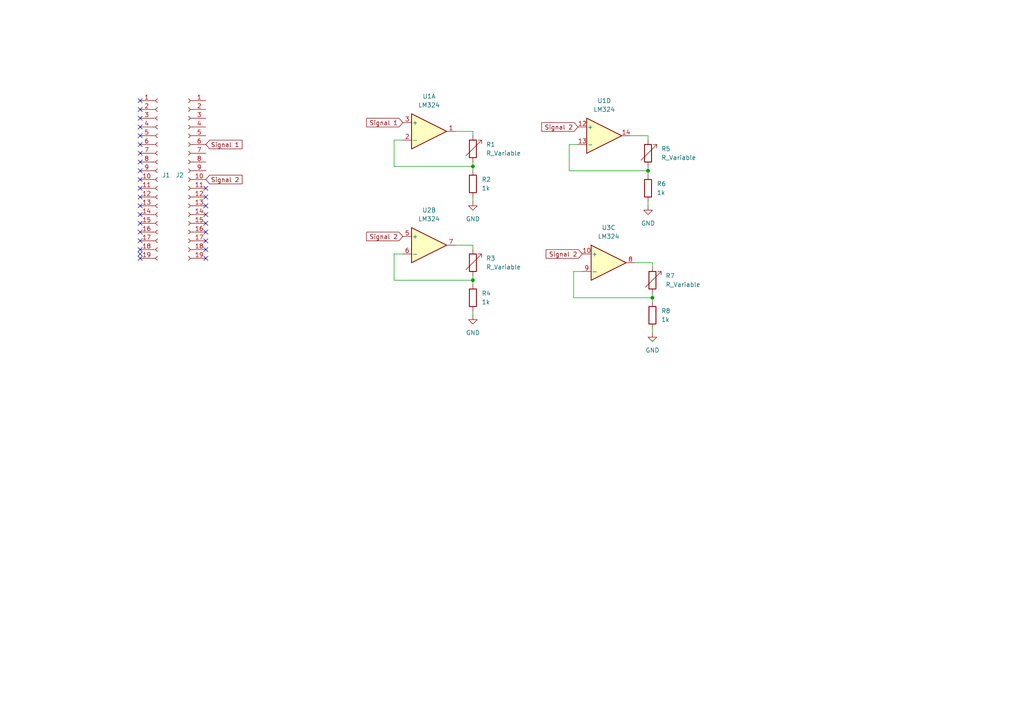
<source format=kicad_sch>
(kicad_sch (version 20231120) (generator "eeschema") (generator_version "8.0")
  (paper "A4")
  (lib_symbols
    (symbol "Amplifier_Operational:LM324" (pin_names (offset 0.127))
      (property "Reference" "U" (at 0 5.08 0))
      (property "Value" "LM324" (at 0 -5.08 0))
      (symbol "LM324_1_1"
        (polyline (pts (xy -5.08 5.08) (xy 5.08 0) (xy -5.08 -5.08) (xy -5.08 5.08)) (stroke (width 0.254)) (fill (type background)))
        (pin output line (at 7.62 0 180) (length 2.54) (name "~") (number "1"))
        (pin input line (at -7.62 -2.54 0) (length 2.54) (name "-") (number "2"))
        (pin input line (at -7.62 2.54 0) (length 2.54) (name "+") (number "3"))
      )
      (symbol "LM324_2_1"
        (polyline (pts (xy -5.08 5.08) (xy 5.08 0) (xy -5.08 -5.08) (xy -5.08 5.08)) (stroke (width 0.254)) (fill (type background)))
        (pin input line (at -7.62 2.54 0) (length 2.54) (name "+") (number "5"))
        (pin input line (at -7.62 -2.54 0) (length 2.54) (name "-") (number "6"))
        (pin output line (at 7.62 0 180) (length 2.54) (name "~") (number "7"))
      )
      (symbol "LM324_3_1"
        (polyline (pts (xy -5.08 5.08) (xy 5.08 0) (xy -5.08 -5.08) (xy -5.08 5.08)) (stroke (width 0.254)) (fill (type background)))
        (pin input line (at -7.62 2.54 0) (length 2.54) (name "+") (number "10"))
        (pin output line (at 7.62 0 180) (length 2.54) (name "~") (number "8"))
        (pin input line (at -7.62 -2.54 0) (length 2.54) (name "-") (number "9"))
      )
      (symbol "LM324_4_1"
        (polyline (pts (xy -5.08 5.08) (xy 5.08 0) (xy -5.08 -5.08) (xy -5.08 5.08)) (stroke (width 0.254)) (fill (type background)))
        (pin input line (at -7.62 2.54 0) (length 2.54) (name "+") (number "12"))
        (pin input line (at -7.62 -2.54 0) (length 2.54) (name "-") (number "13"))
        (pin output line (at 7.62 0 180) (length 2.54) (name "~") (number "14"))
      )
      (symbol "LM324_5_1"
        (pin power_in line (at -2.54 -7.62 90) (length 3.81) (name "V-") (number "11"))
        (pin power_in line (at -2.54 7.62 270) (length 3.81) (name "V+") (number "4"))
      )
    )
    (symbol "Conn_01x19_Socket_1" (pin_names (offset 1.016) hide)
      (property "Reference" "J" (at 0 25.4 0))
      (property "Value" "Conn_01x19_Socket" (at 0 -25.4 0))
      (symbol "Conn_01x19_Socket_1_1_1"
        (arc (start 0 -22.352) (mid -0.5058 -22.86) (end 0 -23.368) (stroke (width 0.1524)))
        (arc (start 0 -19.812) (mid -0.5058 -20.32) (end 0 -20.828) (stroke (width 0.1524)))
        (arc (start 0 -17.272) (mid -0.5058 -17.78) (end 0 -18.288) (stroke (width 0.1524)))
        (arc (start 0 -14.732) (mid -0.5058 -15.24) (end 0 -15.748) (stroke (width 0.1524)))
        (arc (start 0 -12.192) (mid -0.5058 -12.7) (end 0 -13.208) (stroke (width 0.1524)))
        (arc (start 0 -9.652) (mid -0.5058 -10.16) (end 0 -10.668) (stroke (width 0.1524)))
        (arc (start 0 -7.112) (mid -0.5058 -7.62) (end 0 -8.128) (stroke (width 0.1524)))
        (arc (start 0 -4.572) (mid -0.5058 -5.08) (end 0 -5.588) (stroke (width 0.1524)))
        (arc (start 0 -2.032) (mid -0.5058 -2.54) (end 0 -3.048) (stroke (width 0.1524)))
        (polyline (pts (xy -1.27 -22.86) (xy -0.508 -22.86)) (stroke (width 0.1524)))
        (polyline (pts (xy -1.27 -20.32) (xy -0.508 -20.32)) (stroke (width 0.1524)))
        (polyline (pts (xy -1.27 -17.78) (xy -0.508 -17.78)) (stroke (width 0.1524)))
        (polyline (pts (xy -1.27 -15.24) (xy -0.508 -15.24)) (stroke (width 0.1524)))
        (polyline (pts (xy -1.27 -12.7) (xy -0.508 -12.7)) (stroke (width 0.1524)))
        (polyline (pts (xy -1.27 -10.16) (xy -0.508 -10.16)) (stroke (width 0.1524)))
        (polyline (pts (xy -1.27 -7.62) (xy -0.508 -7.62)) (stroke (width 0.1524)))
        (polyline (pts (xy -1.27 -5.08) (xy -0.508 -5.08)) (stroke (width 0.1524)))
        (polyline (pts (xy -1.27 -2.54) (xy -0.508 -2.54)) (stroke (width 0.1524)))
        (polyline (pts (xy -1.27 0) (xy -0.508 0)) (stroke (width 0.1524)))
        (polyline (pts (xy -1.27 2.54) (xy -0.508 2.54)) (stroke (width 0.1524)))
        (polyline (pts (xy -1.27 5.08) (xy -0.508 5.08)) (stroke (width 0.1524)))
        (polyline (pts (xy -1.27 7.62) (xy -0.508 7.62)) (stroke (width 0.1524)))
        (polyline (pts (xy -1.27 10.16) (xy -0.508 10.16)) (stroke (width 0.1524)))
        (polyline (pts (xy -1.27 12.7) (xy -0.508 12.7)) (stroke (width 0.1524)))
        (polyline (pts (xy -1.27 15.24) (xy -0.508 15.24)) (stroke (width 0.1524)))
        (polyline (pts (xy -1.27 17.78) (xy -0.508 17.78)) (stroke (width 0.1524)))
        (polyline (pts (xy -1.27 20.32) (xy -0.508 20.32)) (stroke (width 0.1524)))
        (polyline (pts (xy -1.27 22.86) (xy -0.508 22.86)) (stroke (width 0.1524)))
        (arc (start 0 0.508) (mid -0.5058 0) (end 0 -0.508) (stroke (width 0.1524)))
        (arc (start 0 3.048) (mid -0.5058 2.54) (end 0 2.032) (stroke (width 0.1524)))
        (arc (start 0 5.588) (mid -0.5058 5.08) (end 0 4.572) (stroke (width 0.1524)))
        (arc (start 0 8.128) (mid -0.5058 7.62) (end 0 7.112) (stroke (width 0.1524)))
        (arc (start 0 10.668) (mid -0.5058 10.16) (end 0 9.652) (stroke (width 0.1524)))
        (arc (start 0 13.208) (mid -0.5058 12.7) (end 0 12.192) (stroke (width 0.1524)))
        (arc (start 0 15.748) (mid -0.5058 15.24) (end 0 14.732) (stroke (width 0.1524)))
        (arc (start 0 18.288) (mid -0.5058 17.78) (end 0 17.272) (stroke (width 0.1524)))
        (arc (start 0 20.828) (mid -0.5058 20.32) (end 0 19.812) (stroke (width 0.1524)))
        (arc (start 0 23.368) (mid -0.5058 22.86) (end 0 22.352) (stroke (width 0.1524)))
        (pin passive line (at -5.08 22.86 0) (length 3.81) (name "Pin_1") (number "1"))
        (pin passive line (at -5.08 0 0) (length 3.81) (name "Pin_10") (number "10"))
        (pin passive line (at -5.08 -2.54 0) (length 3.81) (name "Pin_11") (number "11"))
        (pin passive line (at -5.08 -5.08 0) (length 3.81) (name "Pin_12") (number "12"))
        (pin passive line (at -5.08 -7.62 0) (length 3.81) (name "Pin_13") (number "13"))
        (pin passive line (at -5.08 -10.16 0) (length 3.81) (name "Pin_14") (number "14"))
        (pin passive line (at -5.08 -12.7 0) (length 3.81) (name "Pin_15") (number "15"))
        (pin passive line (at -5.08 -15.24 0) (length 3.81) (name "Pin_16") (number "16"))
        (pin passive line (at -5.08 -17.78 0) (length 3.81) (name "Pin_17") (number "17"))
        (pin passive line (at -5.08 -20.32 0) (length 3.81) (name "Pin_18") (number "18"))
        (pin passive line (at -5.08 -22.86 0) (length 3.81) (name "Pin_19") (number "19"))
        (pin passive line (at -5.08 20.32 0) (length 3.81) (name "Pin_2") (number "2"))
        (pin passive line (at -5.08 17.78 0) (length 3.81) (name "Pin_3") (number "3"))
        (pin passive line (at -5.08 15.24 0) (length 3.81) (name "Pin_4") (number "4"))
        (pin passive line (at -5.08 12.7 0) (length 3.81) (name "Pin_5") (number "5"))
        (pin passive line (at -5.08 10.16 0) (length 3.81) (name "Pin_6") (number "6"))
        (pin passive line (at -5.08 7.62 0) (length 3.81) (name "Pin_7") (number "7"))
        (pin passive line (at -5.08 5.08 0) (length 3.81) (name "Pin_8") (number "8"))
        (pin passive line (at -5.08 2.54 0) (length 3.81) (name "Pin_9") (number "9"))
      )
    )
    (symbol "Connector:Conn_01x19_Socket" (pin_names (offset 1.016) hide)
      (property "Reference" "J" (at 0 25.4 0))
      (property "Value" "Conn_01x19_Socket" (at 0 -25.4 0))
      (symbol "Conn_01x19_Socket_1_1"
        (arc (start 0 -22.352) (mid -0.5058 -22.86) (end 0 -23.368) (stroke (width 0.1524)))
        (arc (start 0 -19.812) (mid -0.5058 -20.32) (end 0 -20.828) (stroke (width 0.1524)))
        (arc (start 0 -17.272) (mid -0.5058 -17.78) (end 0 -18.288) (stroke (width 0.1524)))
        (arc (start 0 -14.732) (mid -0.5058 -15.24) (end 0 -15.748) (stroke (width 0.1524)))
        (arc (start 0 -12.192) (mid -0.5058 -12.7) (end 0 -13.208) (stroke (width 0.1524)))
        (arc (start 0 -9.652) (mid -0.5058 -10.16) (end 0 -10.668) (stroke (width 0.1524)))
        (arc (start 0 -7.112) (mid -0.5058 -7.62) (end 0 -8.128) (stroke (width 0.1524)))
        (arc (start 0 -4.572) (mid -0.5058 -5.08) (end 0 -5.588) (stroke (width 0.1524)))
        (arc (start 0 -2.032) (mid -0.5058 -2.54) (end 0 -3.048) (stroke (width 0.1524)))
        (polyline (pts (xy -1.27 -22.86) (xy -0.508 -22.86)) (stroke (width 0.1524)))
        (polyline (pts (xy -1.27 -20.32) (xy -0.508 -20.32)) (stroke (width 0.1524)))
        (polyline (pts (xy -1.27 -17.78) (xy -0.508 -17.78)) (stroke (width 0.1524)))
        (polyline (pts (xy -1.27 -15.24) (xy -0.508 -15.24)) (stroke (width 0.1524)))
        (polyline (pts (xy -1.27 -12.7) (xy -0.508 -12.7)) (stroke (width 0.1524)))
        (polyline (pts (xy -1.27 -10.16) (xy -0.508 -10.16)) (stroke (width 0.1524)))
        (polyline (pts (xy -1.27 -7.62) (xy -0.508 -7.62)) (stroke (width 0.1524)))
        (polyline (pts (xy -1.27 -5.08) (xy -0.508 -5.08)) (stroke (width 0.1524)))
        (polyline (pts (xy -1.27 -2.54) (xy -0.508 -2.54)) (stroke (width 0.1524)))
        (polyline (pts (xy -1.27 0) (xy -0.508 0)) (stroke (width 0.1524)))
        (polyline (pts (xy -1.27 2.54) (xy -0.508 2.54)) (stroke (width 0.1524)))
        (polyline (pts (xy -1.27 5.08) (xy -0.508 5.08)) (stroke (width 0.1524)))
        (polyline (pts (xy -1.27 7.62) (xy -0.508 7.62)) (stroke (width 0.1524)))
        (polyline (pts (xy -1.27 10.16) (xy -0.508 10.16)) (stroke (width 0.1524)))
        (polyline (pts (xy -1.27 12.7) (xy -0.508 12.7)) (stroke (width 0.1524)))
        (polyline (pts (xy -1.27 15.24) (xy -0.508 15.24)) (stroke (width 0.1524)))
        (polyline (pts (xy -1.27 17.78) (xy -0.508 17.78)) (stroke (width 0.1524)))
        (polyline (pts (xy -1.27 20.32) (xy -0.508 20.32)) (stroke (width 0.1524)))
        (polyline (pts (xy -1.27 22.86) (xy -0.508 22.86)) (stroke (width 0.1524)))
        (arc (start 0 0.508) (mid -0.5058 0) (end 0 -0.508) (stroke (width 0.1524)))
        (arc (start 0 3.048) (mid -0.5058 2.54) (end 0 2.032) (stroke (width 0.1524)))
        (arc (start 0 5.588) (mid -0.5058 5.08) (end 0 4.572) (stroke (width 0.1524)))
        (arc (start 0 8.128) (mid -0.5058 7.62) (end 0 7.112) (stroke (width 0.1524)))
        (arc (start 0 10.668) (mid -0.5058 10.16) (end 0 9.652) (stroke (width 0.1524)))
        (arc (start 0 13.208) (mid -0.5058 12.7) (end 0 12.192) (stroke (width 0.1524)))
        (arc (start 0 15.748) (mid -0.5058 15.24) (end 0 14.732) (stroke (width 0.1524)))
        (arc (start 0 18.288) (mid -0.5058 17.78) (end 0 17.272) (stroke (width 0.1524)))
        (arc (start 0 20.828) (mid -0.5058 20.32) (end 0 19.812) (stroke (width 0.1524)))
        (arc (start 0 23.368) (mid -0.5058 22.86) (end 0 22.352) (stroke (width 0.1524)))
        (pin passive line (at -5.08 22.86 0) (length 3.81) (name "Pin_1") (number "1"))
        (pin passive line (at -5.08 0 0) (length 3.81) (name "Pin_10") (number "10"))
        (pin passive line (at -5.08 -2.54 0) (length 3.81) (name "Pin_11") (number "11"))
        (pin passive line (at -5.08 -5.08 0) (length 3.81) (name "Pin_12") (number "12"))
        (pin passive line (at -5.08 -7.62 0) (length 3.81) (name "Pin_13") (number "13"))
        (pin passive line (at -5.08 -10.16 0) (length 3.81) (name "Pin_14") (number "14"))
        (pin passive line (at -5.08 -12.7 0) (length 3.81) (name "Pin_15") (number "15"))
        (pin passive line (at -5.08 -15.24 0) (length 3.81) (name "Pin_16") (number "16"))
        (pin passive line (at -5.08 -17.78 0) (length 3.81) (name "Pin_17") (number "17"))
        (pin passive line (at -5.08 -20.32 0) (length 3.81) (name "Pin_18") (number "18"))
        (pin passive line (at -5.08 -22.86 0) (length 3.81) (name "Pin_19") (number "19"))
        (pin passive line (at -5.08 20.32 0) (length 3.81) (name "Pin_2") (number "2"))
        (pin passive line (at -5.08 17.78 0) (length 3.81) (name "Pin_3") (number "3"))
        (pin passive line (at -5.08 15.24 0) (length 3.81) (name "Pin_4") (number "4"))
        (pin passive line (at -5.08 12.7 0) (length 3.81) (name "Pin_5") (number "5"))
        (pin passive line (at -5.08 10.16 0) (length 3.81) (name "Pin_6") (number "6"))
        (pin passive line (at -5.08 7.62 0) (length 3.81) (name "Pin_7") (number "7"))
        (pin passive line (at -5.08 5.08 0) (length 3.81) (name "Pin_8") (number "8"))
        (pin passive line (at -5.08 2.54 0) (length 3.81) (name "Pin_9") (number "9"))
      )
    )
    (symbol "Device:R" (pin_numbers hide) (pin_names (offset 0))
      (property "Reference" "R" (at 2.032 0 90))
      (property "Value" "R" (at 0 0 90))
      (symbol "R_0_1"
        (rectangle (start -1.016 -2.54) (end 1.016 2.54) (stroke (width 0.254)))
      )
      (symbol "R_1_1"
        (pin passive line (at 0 3.81 270) (length 1.27) (name "~") (number "1"))
        (pin passive line (at 0 -3.81 90) (length 1.27) (name "~") (number "2"))
      )
    )
    (symbol "Device:R_Variable" (pin_numbers hide) (pin_names (offset 0))
      (property "Reference" "R" (at 2.54 -2.54 90))
      (property "Value" "R_Variable" (at -2.54 -1.27 90))
      (symbol "R_Variable_0_1"
        (rectangle (start -1.016 -2.54) (end 1.016 2.54) (stroke (width 0.254)))
        (polyline (pts (xy 2.54 1.524) (xy 2.54 2.54) (xy 1.524 2.54) (xy 2.54 2.54) (xy -2.032 -2.032)))
      )
      (symbol "R_Variable_1_1"
        (pin passive line (at 0 3.81 270) (length 1.27) (name "~") (number "1"))
        (pin passive line (at 0 -3.81 90) (length 1.27) (name "~") (number "2"))
      )
    )
    (symbol "power:GND" (power) (pin_numbers hide) (pin_names (offset 0) hide)
      (property "Value" "GND" (at 0 -3.81 0))
      (symbol "GND_0_1"
        (polyline (pts (xy 0 0) (xy 0 -1.27) (xy 1.27 -1.27) (xy 0 -2.54) (xy -1.27 -1.27) (xy 0 -1.27)))
      )
      (symbol "GND_1_1"
        (pin power_in line (at 0 0 270) (length 0) (name "~") (number "1"))
      )
    )
  )
  (junction (at 187.96 49.53))
  (junction (at 137.16 81.28))
  (junction (at 189.23 86.36))
  (junction (at 137.16 48.26))
  (no_connect (at 40.64 44.45))
  (no_connect (at 59.69 69.85))
  (no_connect (at 40.64 72.39))
  (no_connect (at 40.64 69.85))
  (no_connect (at 40.64 29.21))
  (no_connect (at 40.64 62.23))
  (no_connect (at 40.64 73.66))
  (no_connect (at 59.69 64.77))
  (no_connect (at 59.69 67.31))
  (no_connect (at 40.64 41.91))
  (no_connect (at 40.64 67.31))
  (no_connect (at 59.69 57.15))
  (no_connect (at 40.64 64.77))
  (no_connect (at 59.69 59.69))
  (no_connect (at 40.64 52.07))
  (no_connect (at 40.64 54.61))
  (no_connect (at 40.64 36.83))
  (no_connect (at 40.64 49.53))
  (no_connect (at 59.69 54.61))
  (no_connect (at 59.69 62.23))
  (no_connect (at 40.64 31.75))
  (no_connect (at 59.69 72.39))
  (no_connect (at 40.64 39.37))
  (no_connect (at 40.64 46.99))
  (no_connect (at 40.64 74.93))
  (no_connect (at 40.64 34.29))
  (no_connect (at 40.64 59.69))
  (no_connect (at 40.64 57.15))
  (no_connect (at 59.69 74.93))
  (wire (pts (xy 189.23 86.36) (xy 189.23 87.63)))
  (wire (pts (xy 137.16 48.26) (xy 137.16 49.53)))
  (wire (pts (xy 187.96 49.53) (xy 165.1 49.53)))
  (wire (pts (xy 166.37 86.36) (xy 166.37 78.74)))
  (wire (pts (xy 189.23 85.09) (xy 189.23 86.36)))
  (wire (pts (xy 187.96 40.64) (xy 187.96 39.37)))
  (wire (pts (xy 187.96 48.26) (xy 187.96 49.53)))
  (wire (pts (xy 165.1 49.53) (xy 165.1 41.91)))
  (wire (pts (xy 137.16 72.39) (xy 137.16 71.12)))
  (wire (pts (xy 137.16 57.15) (xy 137.16 58.42)))
  (wire (pts (xy 189.23 86.36) (xy 166.37 86.36)))
  (wire (pts (xy 114.3 48.26) (xy 114.3 40.64)))
  (wire (pts (xy 184.15 76.2) (xy 189.23 76.2)))
  (wire (pts (xy 137.16 46.99) (xy 137.16 48.26)))
  (wire (pts (xy 137.16 80.01) (xy 137.16 81.28)))
  (wire (pts (xy 114.3 81.28) (xy 114.3 73.66)))
  (wire (pts (xy 165.1 41.91) (xy 167.64 41.91)))
  (wire (pts (xy 187.96 58.42) (xy 187.96 59.69)))
  (wire (pts (xy 166.37 78.74) (xy 168.91 78.74)))
  (wire (pts (xy 137.16 81.28) (xy 137.16 82.55)))
  (wire (pts (xy 132.08 71.12) (xy 137.16 71.12)))
  (wire (pts (xy 182.88 39.37) (xy 187.96 39.37)))
  (wire (pts (xy 137.16 81.28) (xy 114.3 81.28)))
  (wire (pts (xy 137.16 48.26) (xy 114.3 48.26)))
  (wire (pts (xy 189.23 95.25) (xy 189.23 96.52)))
  (wire (pts (xy 114.3 40.64) (xy 116.84 40.64)))
  (wire (pts (xy 187.96 49.53) (xy 187.96 50.8)))
  (wire (pts (xy 132.08 38.1) (xy 137.16 38.1)))
  (wire (pts (xy 114.3 73.66) (xy 116.84 73.66)))
  (wire (pts (xy 137.16 38.1) (xy 137.16 39.37)))
  (wire (pts (xy 137.16 90.17) (xy 137.16 91.44)))
  (wire (pts (xy 189.23 77.47) (xy 189.23 76.2)))
  (global_label "Signal 1" (shape input) (at 116.84 35.56 180) (property "Intersheetrefs" "${INTERSHEET_REFS}" (effects (hide yes))))
  (global_label "Signal 2" (shape input) (at 168.91 73.66 180) (property "Intersheetrefs" "${INTERSHEET_REFS}" (effects (hide yes))))
  (global_label "Signal 2" (shape input) (at 59.69 52.07 0) (property "Intersheetrefs" "${INTERSHEET_REFS}" (effects (hide yes))))
  (global_label "Signal 2" (shape input) (at 167.64 36.83 180) (property "Intersheetrefs" "${INTERSHEET_REFS}" (effects (hide yes))))
  (global_label "Signal 1" (shape input) (at 59.69 41.91 0) (property "Intersheetrefs" "${INTERSHEET_REFS}" (effects (hide yes))))
  (global_label "Signal 2" (shape input) (at 116.84 68.58 180) (property "Intersheetrefs" "${INTERSHEET_REFS}" (effects (hide yes))))
  (symbol (lib_id "Device:R_Variable") (at 137.16 76.2 0) (unit 1)
    (property "Reference" "R3" (at 140.97 74.9299 0) (effects (justify left)))
    (property "Value" "R_Variable" (at 140.97 77.4699 0) (effects (justify left)))
    (property "Footprint" "Potentiometer_THT:Potentiometer_Alps_RK163_Single_Horizontal" (effects (hide yes)))
    (property "Description" "Variable resistor" (effects (hide yes)))
  )
  (symbol (lib_id "Amplifier_Operational:LM324") (at 176.53 76.2 0) (unit 3)
    (property "Reference" "U3" (at 176.53 66.04 0))
    (property "Value" "LM324" (at 176.53 68.58 0))
    (property "Datasheet" "http://www.ti.com/lit/ds/symlink/lm2902-n.pdf" (effects (hide yes)))
    (property "Description" "Low-Power, Quad-Operational Amplifiers, DIP-14/SOIC-14/SSOP-14" (effects (hide yes)))
  )
  (symbol (lib_id "Amplifier_Operational:LM324") (at 124.46 38.1 0) (unit 1)
    (property "Reference" "U1" (at 124.46 27.94 0))
    (property "Value" "LM324" (at 124.46 30.48 0))
    (property "Datasheet" "http://www.ti.com/lit/ds/symlink/lm2902-n.pdf" (effects (hide yes)))
    (property "Description" "Low-Power, Quad-Operational Amplifiers, DIP-14/SOIC-14/SSOP-14" (effects (hide yes)))
  )
  (symbol (lib_id "Device:R_Variable") (at 137.16 43.18 0) (unit 1)
    (property "Reference" "R1" (at 140.97 41.9099 0) (effects (justify left)))
    (property "Value" "R_Variable" (at 140.97 44.4499 0) (effects (justify left)))
    (property "Footprint" "Potentiometer_THT:Potentiometer_Alps_RK163_Single_Horizontal" (effects (hide yes)))
    (property "Description" "Variable resistor" (effects (hide yes)))
  )
  (symbol (lib_id "Device:R_Variable") (at 187.96 44.45 0) (unit 1)
    (property "Reference" "R5" (at 191.77 43.1799 0) (effects (justify left)))
    (property "Value" "R_Variable" (at 191.77 45.7199 0) (effects (justify left)))
    (property "Footprint" "Potentiometer_THT:Potentiometer_Alps_RK163_Single_Horizontal" (effects (hide yes)))
    (property "Description" "Variable resistor" (effects (hide yes)))
  )
  (symbol (lib_id "Device:R") (at 187.96 54.61 180) (unit 1)
    (property "Reference" "R6" (at 190.5 53.3399 0) (effects (justify right)))
    (property "Value" "1k" (at 190.5 55.8799 0) (effects (justify right)))
    (property "Footprint" "Resistor_SMD:R_1210_3225Metric" (effects (hide yes)))
    (property "Description" "Resistor" (effects (hide yes)))
  )
  (symbol (lib_id "Device:R") (at 137.16 86.36 180) (unit 1)
    (property "Reference" "R4" (at 139.7 85.0899 0) (effects (justify right)))
    (property "Value" "1k" (at 139.7 87.6299 0) (effects (justify right)))
    (property "Footprint" "Resistor_SMD:R_1206_3216Metric" (effects (hide yes)))
    (property "Description" "Resistor" (effects (hide yes)))
  )
  (symbol (lib_id "Connector:Conn_01x19_Socket") (at 45.72 52.07 0) (unit 1)
    (property "Reference" "J1" (at 46.99 50.7999 0) (effects (justify left)))
    (property "Value" "Conn_01x19_Socket" (effects (hide yes)))
    (property "Footprint" "Connector_PinSocket_2.54mm:PinSocket_1x19_P2.54mm_Vertical" (effects (hide yes)))
    (property "Description" "Generic connector, single row, 01x19, script generated" (effects (hide yes)))
  )
  (symbol (lib_id "Amplifier_Operational:LM324") (at 124.46 71.12 0) (unit 2)
    (property "Reference" "U2" (at 124.46 60.96 0))
    (property "Value" "LM324" (at 124.46 63.5 0))
    (property "Datasheet" "http://www.ti.com/lit/ds/symlink/lm2902-n.pdf" (effects (hide yes)))
    (property "Description" "Low-Power, Quad-Operational Amplifiers, DIP-14/SOIC-14/SSOP-14" (effects (hide yes)))
  )
  (symbol (lib_id "power:GND") (at 137.16 91.44 0) (unit 1)
    (property "Reference" "#PWR02" (effects (hide yes)))
    (property "Value" "GND" (at 137.16 96.52 0))
    (property "Description" "Power symbol creates a global label with name \"GND\" , ground" (effects (hide yes)))
  )
  (symbol (lib_id "power:GND") (at 189.23 96.52 0) (unit 1)
    (property "Reference" "#PWR04" (effects (hide yes)))
    (property "Value" "GND" (at 189.23 101.6 0))
    (property "Description" "Power symbol creates a global label with name \"GND\" , ground" (effects (hide yes)))
  )
  (symbol (lib_id "power:GND") (at 137.16 58.42 0) (unit 1)
    (property "Reference" "#PWR01" (effects (hide yes)))
    (property "Value" "GND" (at 137.16 63.5 0))
    (property "Description" "Power symbol creates a global label with name \"GND\" , ground" (effects (hide yes)))
  )
  (symbol (lib_id "Device:R") (at 137.16 53.34 180) (unit 1)
    (property "Reference" "R2" (at 139.7 52.0699 0) (effects (justify right)))
    (property "Value" "1k" (at 139.7 54.6099 0) (effects (justify right)))
    (property "Footprint" "Resistor_SMD:R_1206_3216Metric" (effects (hide yes)))
    (property "Description" "Resistor" (effects (hide yes)))
  )
  (symbol (lib_id "Device:R") (at 189.23 91.44 180) (unit 1)
    (property "Reference" "R8" (at 191.77 90.1699 0) (effects (justify right)))
    (property "Value" "1k" (at 191.77 92.7099 0) (effects (justify right)))
    (property "Footprint" "Resistor_SMD:R_1210_3225Metric" (effects (hide yes)))
    (property "Description" "Resistor" (effects (hide yes)))
  )
  (symbol (lib_name "Conn_01x19_Socket_1") (lib_id "Connector:Conn_01x19_Socket") (at 54.61 52.07 0) (mirror y) (unit 1)
    (property "Reference" "J2" (at 53.34 50.7999 0) (effects (justify left)))
    (property "Value" "Conn_01x19_Socket" (effects (hide yes)))
    (property "Footprint" "Connector_PinSocket_2.54mm:PinSocket_1x19_P2.54mm_Vertical" (effects (hide yes)))
    (property "Description" "Generic connector, single row, 01x19, script generated" (effects (hide yes)))
  )
  (symbol (lib_id "Device:R_Variable") (at 189.23 81.28 0) (unit 1)
    (property "Reference" "R7" (at 193.04 80.0099 0) (effects (justify left)))
    (property "Value" "R_Variable" (at 193.04 82.5499 0) (effects (justify left)))
    (property "Footprint" "Potentiometer_THT:Potentiometer_Alps_RK163_Single_Horizontal" (effects (hide yes)))
    (property "Description" "Variable resistor" (effects (hide yes)))
  )
  (symbol (lib_id "Amplifier_Operational:LM324") (at 175.26 39.37 0) (unit 4)
    (property "Reference" "U1" (at 175.26 29.21 0))
    (property "Value" "LM324" (at 175.26 31.75 0))
    (property "Datasheet" "http://www.ti.com/lit/ds/symlink/lm2902-n.pdf" (effects (hide yes)))
    (property "Description" "Low-Power, Quad-Operational Amplifiers, DIP-14/SOIC-14/SSOP-14" (effects (hide yes)))
  )
  (symbol (lib_id "power:GND") (at 187.96 59.69 0) (unit 1)
    (property "Reference" "#PWR03" (effects (hide yes)))
    (property "Value" "GND" (at 187.96 64.77 0))
    (property "Description" "Power symbol creates a global label with name \"GND\" , ground" (effects (hide yes)))
  )
)
</source>
